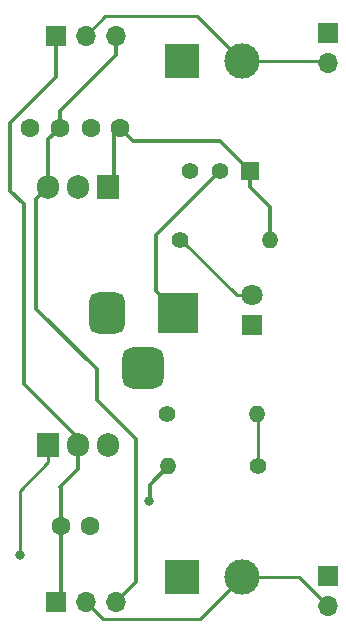
<source format=gtl>
%TF.GenerationSoftware,KiCad,Pcbnew,7.0.5*%
%TF.CreationDate,2023-06-26T08:29:16+05:30*%
%TF.ProjectId,Power supply pcb,506f7765-7220-4737-9570-706c79207063,rev?*%
%TF.SameCoordinates,Original*%
%TF.FileFunction,Copper,L1,Top*%
%TF.FilePolarity,Positive*%
%FSLAX46Y46*%
G04 Gerber Fmt 4.6, Leading zero omitted, Abs format (unit mm)*
G04 Created by KiCad (PCBNEW 7.0.5) date 2023-06-26 08:29:16*
%MOMM*%
%LPD*%
G01*
G04 APERTURE LIST*
G04 Aperture macros list*
%AMRoundRect*
0 Rectangle with rounded corners*
0 $1 Rounding radius*
0 $2 $3 $4 $5 $6 $7 $8 $9 X,Y pos of 4 corners*
0 Add a 4 corners polygon primitive as box body*
4,1,4,$2,$3,$4,$5,$6,$7,$8,$9,$2,$3,0*
0 Add four circle primitives for the rounded corners*
1,1,$1+$1,$2,$3*
1,1,$1+$1,$4,$5*
1,1,$1+$1,$6,$7*
1,1,$1+$1,$8,$9*
0 Add four rect primitives between the rounded corners*
20,1,$1+$1,$2,$3,$4,$5,0*
20,1,$1+$1,$4,$5,$6,$7,0*
20,1,$1+$1,$6,$7,$8,$9,0*
20,1,$1+$1,$8,$9,$2,$3,0*%
G04 Aperture macros list end*
%TA.AperFunction,ComponentPad*%
%ADD10R,1.905000X2.000000*%
%TD*%
%TA.AperFunction,ComponentPad*%
%ADD11O,1.905000X2.000000*%
%TD*%
%TA.AperFunction,ComponentPad*%
%ADD12R,1.800000X1.800000*%
%TD*%
%TA.AperFunction,ComponentPad*%
%ADD13C,1.800000*%
%TD*%
%TA.AperFunction,ComponentPad*%
%ADD14C,1.600000*%
%TD*%
%TA.AperFunction,ComponentPad*%
%ADD15R,1.700000X1.700000*%
%TD*%
%TA.AperFunction,ComponentPad*%
%ADD16O,1.700000X1.700000*%
%TD*%
%TA.AperFunction,ComponentPad*%
%ADD17R,3.000000X3.000000*%
%TD*%
%TA.AperFunction,ComponentPad*%
%ADD18C,3.000000*%
%TD*%
%TA.AperFunction,ComponentPad*%
%ADD19R,3.500000X3.500000*%
%TD*%
%TA.AperFunction,ComponentPad*%
%ADD20RoundRect,0.750000X-0.750000X-1.000000X0.750000X-1.000000X0.750000X1.000000X-0.750000X1.000000X0*%
%TD*%
%TA.AperFunction,ComponentPad*%
%ADD21RoundRect,0.875000X-0.875000X-0.875000X0.875000X-0.875000X0.875000X0.875000X-0.875000X0.875000X0*%
%TD*%
%TA.AperFunction,ComponentPad*%
%ADD22R,1.524000X1.524000*%
%TD*%
%TA.AperFunction,ComponentPad*%
%ADD23C,1.397000*%
%TD*%
%TA.AperFunction,ComponentPad*%
%ADD24C,1.400000*%
%TD*%
%TA.AperFunction,ComponentPad*%
%ADD25O,1.400000X1.400000*%
%TD*%
%TA.AperFunction,ViaPad*%
%ADD26C,0.800000*%
%TD*%
%TA.AperFunction,Conductor*%
%ADD27C,0.350000*%
%TD*%
%TA.AperFunction,Conductor*%
%ADD28C,0.250000*%
%TD*%
G04 APERTURE END LIST*
D10*
%TO.P,U2,1,VI*%
%TO.N,/12V*%
X105638600Y-84099400D03*
D11*
%TO.P,U2,2,GND*%
%TO.N,GND*%
X103098600Y-84099400D03*
%TO.P,U2,3,VO*%
%TO.N,/5V*%
X100558600Y-84099400D03*
%TD*%
D12*
%TO.P,D1,1,K*%
%TO.N,GND*%
X117842000Y-95763000D03*
D13*
%TO.P,D1,2,A*%
%TO.N,Net-(D1-A)*%
X117842000Y-93223000D03*
%TD*%
D14*
%TO.P,C1,1*%
%TO.N,/12V*%
X106654600Y-79070200D03*
%TO.P,C1,2*%
%TO.N,GND*%
X104154600Y-79070200D03*
%TD*%
D15*
%TO.P,J3,1,Pin_1*%
%TO.N,GND*%
X124282200Y-71018400D03*
D16*
%TO.P,J3,2,Pin_2*%
%TO.N,/PWR_OUT_TOP*%
X124282200Y-73558400D03*
%TD*%
D15*
%TO.P,J5,1,Pin_1*%
%TO.N,/3.3V*%
X101219000Y-119202200D03*
D16*
%TO.P,J5,2,Pin_2*%
%TO.N,/PWR_OUT_BOT*%
X103759000Y-119202200D03*
%TO.P,J5,3,Pin_3*%
%TO.N,/5V*%
X106299000Y-119202200D03*
%TD*%
D14*
%TO.P,C2,1*%
%TO.N,/3.3V*%
X101640000Y-112776000D03*
%TO.P,C2,2*%
%TO.N,GND*%
X104140000Y-112776000D03*
%TD*%
D17*
%TO.P,J4,1,Pin_1*%
%TO.N,GND*%
X111887000Y-73380600D03*
D18*
%TO.P,J4,2,Pin_2*%
%TO.N,/PWR_OUT_TOP*%
X116967000Y-73380600D03*
%TD*%
D15*
%TO.P,J6,1,Pin_1*%
%TO.N,GND*%
X124282200Y-117043200D03*
D16*
%TO.P,J6,2,Pin_2*%
%TO.N,/PWR_OUT_BOT*%
X124282200Y-119583200D03*
%TD*%
D19*
%TO.P,J1,1*%
%TO.N,/PWR_input*%
X111556800Y-94716600D03*
D20*
%TO.P,J1,2*%
%TO.N,GND*%
X105556800Y-94716600D03*
D21*
%TO.P,J1,3*%
X108556800Y-99416600D03*
%TD*%
D22*
%TO.P,S1,1*%
%TO.N,/12V*%
X117652800Y-82702400D03*
D23*
%TO.P,S1,2*%
%TO.N,/PWR_input*%
X115072800Y-82702400D03*
%TO.P,S1,3*%
%TO.N,unconnected-(S1-Pad3)*%
X112572800Y-82702400D03*
%TD*%
D24*
%TO.P,R2,1*%
%TO.N,Net-(U1-ADJ)*%
X118364000Y-107721400D03*
D25*
%TO.P,R2,2*%
%TO.N,/3.3V*%
X110744000Y-107721400D03*
%TD*%
D10*
%TO.P,U1,1,ADJ*%
%TO.N,Net-(U1-ADJ)*%
X100558600Y-105892600D03*
D11*
%TO.P,U1,2,VO*%
%TO.N,/3.3V*%
X103098600Y-105892600D03*
%TO.P,U1,3,VI*%
%TO.N,/12V*%
X105638600Y-105892600D03*
%TD*%
D24*
%TO.P,R1,1*%
%TO.N,Net-(D1-A)*%
X111760000Y-88544400D03*
D25*
%TO.P,R1,2*%
%TO.N,/12V*%
X119380000Y-88544400D03*
%TD*%
D24*
%TO.P,R3,1*%
%TO.N,GND*%
X110617000Y-103251000D03*
D25*
%TO.P,R3,2*%
%TO.N,Net-(U1-ADJ)*%
X118237000Y-103251000D03*
%TD*%
D17*
%TO.P,J7,1,Pin_1*%
%TO.N,GND*%
X111887000Y-117094000D03*
D18*
%TO.P,J7,2,Pin_2*%
%TO.N,/PWR_OUT_BOT*%
X116967000Y-117094000D03*
%TD*%
D15*
%TO.P,J2,1,Pin_1*%
%TO.N,/3.3V*%
X101219000Y-71247000D03*
D16*
%TO.P,J2,2,Pin_2*%
%TO.N,/PWR_OUT_TOP*%
X103759000Y-71247000D03*
%TO.P,J2,3,Pin_3*%
%TO.N,/5V*%
X106299000Y-71247000D03*
%TD*%
D14*
%TO.P,C3,1*%
%TO.N,/5V*%
X101549200Y-79044800D03*
%TO.P,C3,2*%
%TO.N,GND*%
X99049200Y-79044800D03*
%TD*%
D26*
%TO.N,/3.3V*%
X109118400Y-110617000D03*
%TO.N,Net-(U1-ADJ)*%
X98145600Y-115189000D03*
%TD*%
D27*
%TO.N,/12V*%
X106121200Y-79603600D02*
X106121200Y-83616800D01*
X106654600Y-79070200D02*
X106121200Y-79603600D01*
X119380000Y-85801200D02*
X119380000Y-88544400D01*
X106121200Y-83616800D02*
X105638600Y-84099400D01*
X107772200Y-80187800D02*
X115138200Y-80187800D01*
X115138200Y-80187800D02*
X117652800Y-82702400D01*
X117652800Y-82702400D02*
X117652800Y-84074000D01*
X106654600Y-79070200D02*
X107772200Y-80187800D01*
X117652800Y-84074000D02*
X119380000Y-85801200D01*
%TO.N,/3.3V*%
X101640000Y-112776000D02*
X101640000Y-118781200D01*
X98475800Y-100711000D02*
X103098600Y-105333800D01*
X101219000Y-74752200D02*
X97358200Y-78613000D01*
X98475800Y-85547200D02*
X98475800Y-100711000D01*
X97358200Y-78613000D02*
X97358200Y-84429600D01*
X110718600Y-107721400D02*
X109169200Y-109270800D01*
X109169200Y-109270800D02*
X109169200Y-110566200D01*
X103098600Y-107924600D02*
X101549200Y-109474000D01*
X97358200Y-84429600D02*
X98475800Y-85547200D01*
X103098600Y-105333800D02*
X103098600Y-105892600D01*
X103098600Y-105892600D02*
X103098600Y-107924600D01*
X101640000Y-118781200D02*
X101219000Y-119202200D01*
X101640000Y-109564800D02*
X101640000Y-112776000D01*
X101549200Y-109474000D02*
X101640000Y-109564800D01*
X101219000Y-71247000D02*
X101219000Y-74752200D01*
X109169200Y-110566200D02*
X109118400Y-110617000D01*
%TO.N,/5V*%
X99568000Y-85090000D02*
X99568000Y-94366278D01*
X100558600Y-80035400D02*
X101549200Y-79044800D01*
X100558600Y-84099400D02*
X99568000Y-85090000D01*
X108000800Y-117500400D02*
X106299000Y-119202200D01*
X101549200Y-77647800D02*
X101549200Y-79044800D01*
X100558600Y-84099400D02*
X100558600Y-80035400D01*
X104698800Y-99497078D02*
X104698800Y-102133400D01*
X108000800Y-105435400D02*
X108000800Y-117500400D01*
X104698800Y-102133400D02*
X108000800Y-105435400D01*
X99568000Y-94366278D02*
X104698800Y-99497078D01*
X106299000Y-71247000D02*
X106299000Y-72898000D01*
X106299000Y-72898000D02*
X101549200Y-77647800D01*
D28*
%TO.N,Net-(D1-A)*%
X111760000Y-88544400D02*
X111836200Y-88544400D01*
X111836200Y-88544400D02*
X116514800Y-93223000D01*
X116514800Y-93223000D02*
X117842000Y-93223000D01*
D27*
%TO.N,/PWR_input*%
X115072800Y-82702400D02*
X109677200Y-88098000D01*
X109677200Y-92837000D02*
X111556800Y-94716600D01*
X109677200Y-88098000D02*
X109677200Y-92837000D01*
D28*
%TO.N,/PWR_OUT_TOP*%
X116967000Y-73380600D02*
X124104400Y-73380600D01*
X124104400Y-73380600D02*
X124282200Y-73558400D01*
X103759000Y-71247000D02*
X105410000Y-69596000D01*
X105410000Y-69596000D02*
X113182400Y-69596000D01*
X113182400Y-69596000D02*
X116967000Y-73380600D01*
%TO.N,Net-(U1-ADJ)*%
X118135400Y-103200200D02*
X118338600Y-103403400D01*
X98145600Y-109804200D02*
X98145600Y-115189000D01*
X118338600Y-103403400D02*
X118338600Y-107721400D01*
X100558600Y-107391200D02*
X98145600Y-109804200D01*
X100558600Y-105892600D02*
X100558600Y-107391200D01*
%TO.N,/PWR_OUT_BOT*%
X121793000Y-117094000D02*
X116967000Y-117094000D01*
X103759000Y-119202200D02*
X105232200Y-120675400D01*
X113385600Y-120675400D02*
X116967000Y-117094000D01*
X105232200Y-120675400D02*
X113385600Y-120675400D01*
X124282200Y-119583200D02*
X121793000Y-117094000D01*
%TD*%
M02*

</source>
